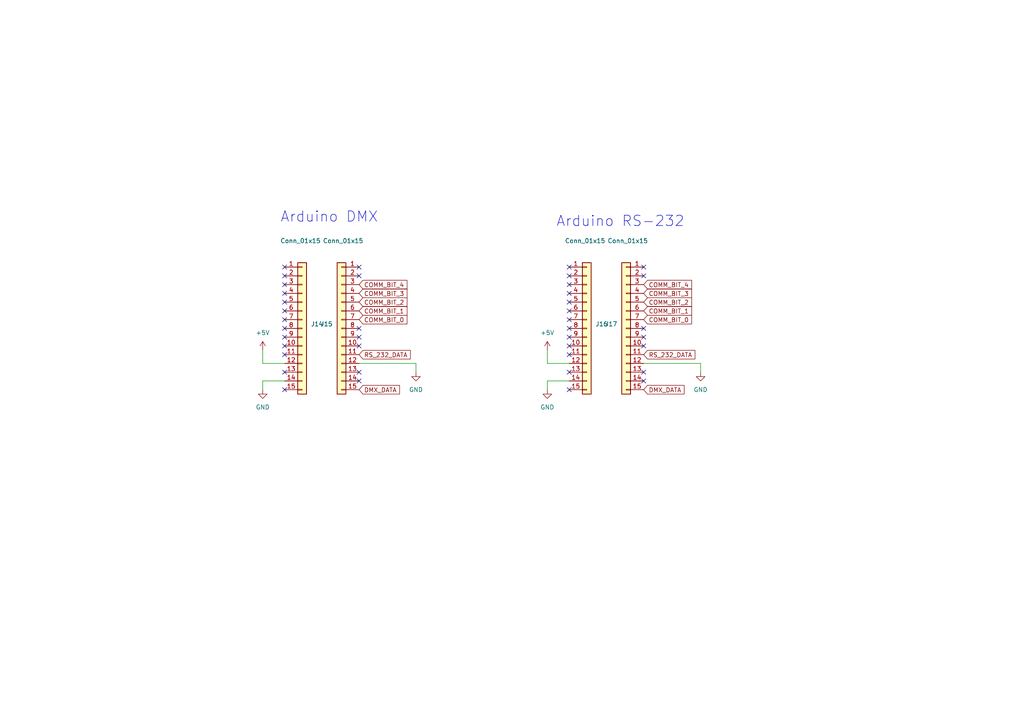
<source format=kicad_sch>
(kicad_sch (version 20230121) (generator eeschema)
  (paper "A4")
  (lib_symbols
    (symbol "Connector_Generic:Conn_01x15" (pin_names (offset 1.016) hide)
      (property "Reference" "J" (at 0 20.32 0))
      (property "Value" "Conn_01x15" (at 0 -20.32 0))
      (symbol "Conn_01x15_1_1"
        (rectangle (start -1.27 -17.653) (end 0 -17.907) (stroke (width 0.1524)))
        (rectangle (start -1.27 -15.113) (end 0 -15.367) (stroke (width 0.1524)))
        (rectangle (start -1.27 -12.573) (end 0 -12.827) (stroke (width 0.1524)))
        (rectangle (start -1.27 -10.033) (end 0 -10.287) (stroke (width 0.1524)))
        (rectangle (start -1.27 -7.493) (end 0 -7.747) (stroke (width 0.1524)))
        (rectangle (start -1.27 -4.953) (end 0 -5.207) (stroke (width 0.1524)))
        (rectangle (start -1.27 -2.413) (end 0 -2.667) (stroke (width 0.1524)))
        (rectangle (start -1.27 0.127) (end 0 -0.127) (stroke (width 0.1524)))
        (rectangle (start -1.27 2.667) (end 0 2.413) (stroke (width 0.1524)))
        (rectangle (start -1.27 5.207) (end 0 4.953) (stroke (width 0.1524)))
        (rectangle (start -1.27 7.747) (end 0 7.493) (stroke (width 0.1524)))
        (rectangle (start -1.27 10.287) (end 0 10.033) (stroke (width 0.1524)))
        (rectangle (start -1.27 12.827) (end 0 12.573) (stroke (width 0.1524)))
        (rectangle (start -1.27 15.367) (end 0 15.113) (stroke (width 0.1524)))
        (rectangle (start -1.27 17.907) (end 0 17.653) (stroke (width 0.1524)))
        (rectangle (start -1.27 19.05) (end 1.27 -19.05) (stroke (width 0.254)) (fill (type background)))
        (pin passive line (at -5.08 17.78 0) (length 3.81) (name "Pin_1") (number "1"))
        (pin passive line (at -5.08 -5.08 0) (length 3.81) (name "Pin_10") (number "10"))
        (pin passive line (at -5.08 -7.62 0) (length 3.81) (name "Pin_11") (number "11"))
        (pin passive line (at -5.08 -10.16 0) (length 3.81) (name "Pin_12") (number "12"))
        (pin passive line (at -5.08 -12.7 0) (length 3.81) (name "Pin_13") (number "13"))
        (pin passive line (at -5.08 -15.24 0) (length 3.81) (name "Pin_14") (number "14"))
        (pin passive line (at -5.08 -17.78 0) (length 3.81) (name "Pin_15") (number "15"))
        (pin passive line (at -5.08 15.24 0) (length 3.81) (name "Pin_2") (number "2"))
        (pin passive line (at -5.08 12.7 0) (length 3.81) (name "Pin_3") (number "3"))
        (pin passive line (at -5.08 10.16 0) (length 3.81) (name "Pin_4") (number "4"))
        (pin passive line (at -5.08 7.62 0) (length 3.81) (name "Pin_5") (number "5"))
        (pin passive line (at -5.08 5.08 0) (length 3.81) (name "Pin_6") (number "6"))
        (pin passive line (at -5.08 2.54 0) (length 3.81) (name "Pin_7") (number "7"))
        (pin passive line (at -5.08 0 0) (length 3.81) (name "Pin_8") (number "8"))
        (pin passive line (at -5.08 -2.54 0) (length 3.81) (name "Pin_9") (number "9"))
      )
    )
    (symbol "power:+5V" (power) (pin_names (offset 0))
      (property "Value" "+5V" (at 0 3.556 0))
      (symbol "+5V_0_1"
        (polyline (pts (xy -0.762 1.27) (xy 0 2.54)))
        (polyline (pts (xy 0 0) (xy 0 2.54)))
        (polyline (pts (xy 0 2.54) (xy 0.762 1.27)))
      )
      (symbol "+5V_1_1"
        (pin power_in line (at 0 0 90) (length 0) hide (name "+5V") (number "1"))
      )
    )
    (symbol "power:GND" (power) (pin_names (offset 0))
      (property "Value" "GND" (at 0 -3.81 0))
      (symbol "GND_0_1"
        (polyline (pts (xy 0 0) (xy 0 -1.27) (xy 1.27 -1.27) (xy 0 -2.54) (xy -1.27 -1.27) (xy 0 -1.27)))
      )
      (symbol "GND_1_1"
        (pin power_in line (at 0 0 270) (length 0) hide (name "GND") (number "1"))
      )
    )
  )
  (no_connect (at 82.55 77.47))
  (no_connect (at 82.55 97.79))
  (no_connect (at 82.55 107.95))
  (no_connect (at 186.69 107.95))
  (no_connect (at 104.14 77.47))
  (no_connect (at 104.14 80.01))
  (no_connect (at 82.55 102.87))
  (no_connect (at 165.1 77.47))
  (no_connect (at 165.1 85.09))
  (no_connect (at 82.55 87.63))
  (no_connect (at 165.1 80.01))
  (no_connect (at 165.1 87.63))
  (no_connect (at 165.1 107.95))
  (no_connect (at 82.55 80.01))
  (no_connect (at 82.55 82.55))
  (no_connect (at 82.55 85.09))
  (no_connect (at 165.1 95.25))
  (no_connect (at 165.1 97.79))
  (no_connect (at 186.69 100.33))
  (no_connect (at 186.69 95.25))
  (no_connect (at 82.55 90.17))
  (no_connect (at 82.55 113.03))
  (no_connect (at 186.69 110.49))
  (no_connect (at 186.69 97.79))
  (no_connect (at 165.1 90.17))
  (no_connect (at 82.55 100.33))
  (no_connect (at 186.69 80.01))
  (no_connect (at 165.1 92.71))
  (no_connect (at 82.55 92.71))
  (no_connect (at 165.1 100.33))
  (no_connect (at 165.1 102.87))
  (no_connect (at 186.69 77.47))
  (no_connect (at 82.55 95.25))
  (no_connect (at 165.1 82.55))
  (no_connect (at 104.14 95.25))
  (no_connect (at 104.14 97.79))
  (no_connect (at 104.14 100.33))
  (no_connect (at 104.14 107.95))
  (no_connect (at 104.14 110.49))
  (no_connect (at 165.1 113.03))
  (wire (pts (xy 203.2 105.41) (xy 203.2 107.95)))
  (wire (pts (xy 120.65 105.41) (xy 120.65 107.95)))
  (wire (pts (xy 76.2 101.6) (xy 76.2 105.41)))
  (wire (pts (xy 76.2 105.41) (xy 82.55 105.41)))
  (wire (pts (xy 104.14 105.41) (xy 120.65 105.41)))
  (wire (pts (xy 158.75 101.6) (xy 158.75 105.41)))
  (wire (pts (xy 186.69 105.41) (xy 203.2 105.41)))
  (wire (pts (xy 158.75 113.03) (xy 158.75 110.49)))
  (wire (pts (xy 158.75 105.41) (xy 165.1 105.41)))
  (wire (pts (xy 76.2 110.49) (xy 82.55 110.49)))
  (wire (pts (xy 76.2 113.03) (xy 76.2 110.49)))
  (wire (pts (xy 158.75 110.49) (xy 165.1 110.49)))
  (text "Arduino RS-232" (at 161.29 66.04 0) (effects (font (size 2.9972 2.9972)) (justify left bottom)))
  (text "Arduino DMX" (at 81.28 64.77 0) (effects (font (size 2.9972 2.9972)) (justify left bottom)))
  (global_label "RS_232_DATA" (shape input) (at 104.14 102.87 0) (property "Intersheetrefs" "${INTERSHEET_REFS}" (effects hide)))
  (global_label "COMM_BIT_2" (shape input) (at 104.14 87.63 0) (property "Intersheetrefs" "${INTERSHEET_REFS}" (effects hide)))
  (global_label "COMM_BIT_0" (shape input) (at 104.14 92.71 0) (property "Intersheetrefs" "${INTERSHEET_REFS}" (effects hide)))
  (global_label "COMM_BIT_1" (shape input) (at 104.14 90.17 0) (property "Intersheetrefs" "${INTERSHEET_REFS}" (effects hide)))
  (global_label "COMM_BIT_3" (shape input) (at 186.69 85.09 0) (property "Intersheetrefs" "${INTERSHEET_REFS}" (effects hide)))
  (global_label "COMM_BIT_4" (shape input) (at 104.14 82.55 0) (property "Intersheetrefs" "${INTERSHEET_REFS}" (effects hide)))
  (global_label "COMM_BIT_4" (shape input) (at 186.69 82.55 0) (property "Intersheetrefs" "${INTERSHEET_REFS}" (effects hide)))
  (global_label "COMM_BIT_0" (shape input) (at 186.69 92.71 0) (property "Intersheetrefs" "${INTERSHEET_REFS}" (effects hide)))
  (global_label "RS_232_DATA" (shape input) (at 186.69 102.87 0) (property "Intersheetrefs" "${INTERSHEET_REFS}" (effects hide)))
  (global_label "COMM_BIT_1" (shape input) (at 186.69 90.17 0) (property "Intersheetrefs" "${INTERSHEET_REFS}" (effects hide)))
  (global_label "COMM_BIT_2" (shape input) (at 186.69 87.63 0) (property "Intersheetrefs" "${INTERSHEET_REFS}" (effects hide)))
  (global_label "DMX_DATA" (shape input) (at 104.14 113.03 0) (property "Intersheetrefs" "${INTERSHEET_REFS}" (effects hide)))
  (global_label "COMM_BIT_3" (shape input) (at 104.14 85.09 0) (property "Intersheetrefs" "${INTERSHEET_REFS}" (effects hide)))
  (global_label "DMX_DATA" (shape input) (at 186.69 113.03 0) (property "Intersheetrefs" "${INTERSHEET_REFS}" (effects hide)))
  (symbol (lib_id "power:GND") (at 158.75 113.03 0) (unit 1)
    (property "Reference" "#PWR0142" (effects hide))
    (property "Value" "GND" (at 158.75 118.11 0))
  )
  (symbol (lib_id "power:+5V") (at 158.75 101.6 0) (unit 1)
    (property "Reference" "#PWR0141" (effects hide))
    (property "Value" "+5V" (at 158.75 96.52 0))
  )
  (symbol (lib_id "Connector_Generic:Conn_01x15") (at 170.18 95.25 0) (unit 1)
    (property "Reference" "J16" (at 172.72 93.9799 0) (effects (justify left)))
    (property "Value" "Conn_01x15" (at 163.83 69.8499 0) (effects (justify left)))
    (property "Footprint" "Connector_PinSocket_2.54mm:PinSocket_1x15_P2.54mm_Vertical" (effects hide))
    (property "LCSC" "C124408" (effects hide))
  )
  (symbol (lib_id "Connector_Generic:Conn_01x15") (at 87.63 95.25 0) (unit 1)
    (property "Reference" "J14" (at 90.17 93.9799 0) (effects (justify left)))
    (property "Value" "Conn_01x15" (at 81.28 69.8499 0) (effects (justify left)))
    (property "Footprint" "Connector_PinSocket_2.54mm:PinSocket_1x15_P2.54mm_Vertical" (effects hide))
    (property "LCSC" "C124408" (effects hide))
  )
  (symbol (lib_id "power:GND") (at 76.2 113.03 0) (unit 1)
    (property "Reference" "#PWR0136" (effects hide))
    (property "Value" "GND" (at 76.2 118.11 0))
  )
  (symbol (lib_id "power:+5V") (at 76.2 101.6 0) (unit 1)
    (property "Reference" "#PWR0135" (effects hide))
    (property "Value" "+5V" (at 76.2 96.52 0))
  )
  (symbol (lib_id "Connector_Generic:Conn_01x15") (at 181.61 95.25 0) (mirror y) (unit 1)
    (property "Reference" "J17" (at 179.07 93.9799 0) (effects (justify left)))
    (property "Value" "Conn_01x15" (at 187.96 69.8499 0) (effects (justify left)))
    (property "Footprint" "Connector_PinSocket_2.54mm:PinSocket_1x15_P2.54mm_Vertical" (effects hide))
    (property "LCSC" "C124408" (effects hide))
  )
  (symbol (lib_id "power:GND") (at 203.2 107.95 0) (unit 1)
    (property "Reference" "#PWR0137" (effects hide))
    (property "Value" "GND" (at 203.2 113.03 0))
  )
  (symbol (lib_id "power:GND") (at 120.65 107.95 0) (unit 1)
    (property "Reference" "#PWR0134" (effects hide))
    (property "Value" "GND" (at 120.65 113.03 0))
  )
  (symbol (lib_id "Connector_Generic:Conn_01x15") (at 99.06 95.25 0) (mirror y) (unit 1)
    (property "Reference" "J15" (at 96.52 93.9799 0) (effects (justify left)))
    (property "Value" "Conn_01x15" (at 105.41 69.8499 0) (effects (justify left)))
    (property "Footprint" "Connector_PinSocket_2.54mm:PinSocket_1x15_P2.54mm_Vertical" (effects hide))
    (property "LCSC" "C124408" (effects hide))
  )
)
</source>
